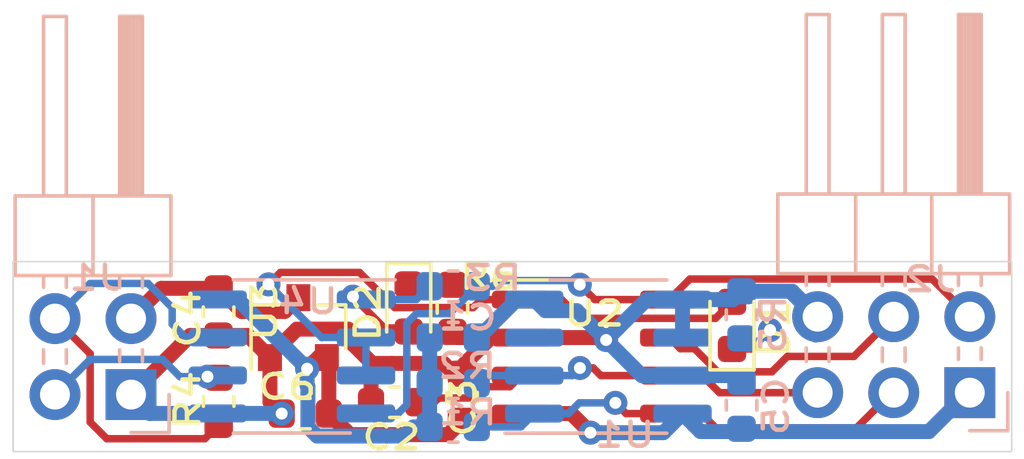
<source format=kicad_pcb>
(kicad_pcb (version 20171130) (host pcbnew 5.1.4-e60b266~84~ubuntu16.04.1)

  (general
    (thickness 1.6)
    (drawings 4)
    (tracks 201)
    (zones 0)
    (modules 20)
    (nets 15)
  )

  (page A4)
  (layers
    (0 F.Cu signal)
    (31 B.Cu signal)
    (32 B.Adhes user)
    (33 F.Adhes user)
    (34 B.Paste user)
    (35 F.Paste user)
    (36 B.SilkS user)
    (37 F.SilkS user)
    (38 B.Mask user)
    (39 F.Mask user)
    (40 Dwgs.User user)
    (41 Cmts.User user)
    (42 Eco1.User user)
    (43 Eco2.User user)
    (44 Edge.Cuts user)
    (45 Margin user)
    (46 B.CrtYd user hide)
    (47 F.CrtYd user hide)
    (48 B.Fab user hide)
    (49 F.Fab user hide)
  )

  (setup
    (last_trace_width 0.25)
    (trace_clearance 0.2)
    (zone_clearance 0.508)
    (zone_45_only no)
    (trace_min 0.2)
    (via_size 0.8)
    (via_drill 0.4)
    (via_min_size 0.4)
    (via_min_drill 0.3)
    (uvia_size 0.3)
    (uvia_drill 0.1)
    (uvias_allowed no)
    (uvia_min_size 0.2)
    (uvia_min_drill 0.1)
    (edge_width 0.05)
    (segment_width 0.2)
    (pcb_text_width 0.3)
    (pcb_text_size 1.5 1.5)
    (mod_edge_width 0.12)
    (mod_text_size 1 1)
    (mod_text_width 0.15)
    (pad_size 1.524 1.524)
    (pad_drill 0.762)
    (pad_to_mask_clearance 0.051)
    (solder_mask_min_width 0.25)
    (aux_axis_origin 0 0)
    (visible_elements FFFFFF7F)
    (pcbplotparams
      (layerselection 0x010fc_ffffffff)
      (usegerberextensions false)
      (usegerberattributes false)
      (usegerberadvancedattributes false)
      (creategerberjobfile false)
      (excludeedgelayer true)
      (linewidth 0.100000)
      (plotframeref false)
      (viasonmask false)
      (mode 1)
      (useauxorigin false)
      (hpglpennumber 1)
      (hpglpenspeed 20)
      (hpglpendiameter 15.000000)
      (psnegative false)
      (psa4output false)
      (plotreference true)
      (plotvalue true)
      (plotinvisibletext false)
      (padsonsilk false)
      (subtractmaskfromsilk false)
      (outputformat 1)
      (mirror false)
      (drillshape 1)
      (scaleselection 1)
      (outputdirectory ""))
  )

  (net 0 "")
  (net 1 +3V3)
  (net 2 GND)
  (net 3 "Net-(C2-Pad2)")
  (net 4 +5V)
  (net 5 /SDA)
  (net 6 /SCL)
  (net 7 /SWIM.TX)
  (net 8 /DIR.RX)
  (net 9 /A)
  (net 10 /B)
  (net 11 /PC5)
  (net 12 "Net-(D1-Pad1)")
  (net 13 "Net-(D2-Pad1)")
  (net 14 "Net-(D2-Pad2)")

  (net_class Default "This is the default net class."
    (clearance 0.2)
    (trace_width 0.25)
    (via_dia 0.8)
    (via_drill 0.4)
    (uvia_dia 0.3)
    (uvia_drill 0.1)
    (add_net /A)
    (add_net /B)
    (add_net /DIR.RX)
    (add_net /PC5)
    (add_net /SCL)
    (add_net /SDA)
    (add_net /SWIM.TX)
    (add_net "Net-(C2-Pad2)")
    (add_net "Net-(D1-Pad1)")
    (add_net "Net-(D2-Pad1)")
    (add_net "Net-(D2-Pad2)")
  )

  (net_class Power ""
    (clearance 0.2)
    (trace_width 0.5)
    (via_dia 0.8)
    (via_drill 0.4)
    (uvia_dia 0.3)
    (uvia_drill 0.1)
    (add_net +3V3)
    (add_net +5V)
    (add_net GND)
  )

  (module Capacitor_SMD:C_0603_1608Metric (layer F.Cu) (tedit 5B301BBE) (tstamp 5D62F022)
    (at 157.899 87.884)
    (descr "Capacitor SMD 0603 (1608 Metric), square (rectangular) end terminal, IPC_7351 nominal, (Body size source: http://www.tortai-tech.com/upload/download/2011102023233369053.pdf), generated with kicad-footprint-generator")
    (tags capacitor)
    (path /5D6268DD)
    (attr smd)
    (fp_text reference C2 (at -0.10658 1.1684) (layer F.SilkS)
      (effects (font (size 0.8 1) (thickness 0.15)))
    )
    (fp_text value 1µF (at 0 1.43) (layer F.Fab)
      (effects (font (size 1 1) (thickness 0.15)))
    )
    (fp_text user %R (at 0 0) (layer F.Fab)
      (effects (font (size 0.4 0.4) (thickness 0.06)))
    )
    (fp_line (start 1.48 0.73) (end -1.48 0.73) (layer F.CrtYd) (width 0.05))
    (fp_line (start 1.48 -0.73) (end 1.48 0.73) (layer F.CrtYd) (width 0.05))
    (fp_line (start -1.48 -0.73) (end 1.48 -0.73) (layer F.CrtYd) (width 0.05))
    (fp_line (start -1.48 0.73) (end -1.48 -0.73) (layer F.CrtYd) (width 0.05))
    (fp_line (start -0.162779 0.51) (end 0.162779 0.51) (layer F.SilkS) (width 0.12))
    (fp_line (start -0.162779 -0.51) (end 0.162779 -0.51) (layer F.SilkS) (width 0.12))
    (fp_line (start 0.8 0.4) (end -0.8 0.4) (layer F.Fab) (width 0.1))
    (fp_line (start 0.8 -0.4) (end 0.8 0.4) (layer F.Fab) (width 0.1))
    (fp_line (start -0.8 -0.4) (end 0.8 -0.4) (layer F.Fab) (width 0.1))
    (fp_line (start -0.8 0.4) (end -0.8 -0.4) (layer F.Fab) (width 0.1))
    (pad 2 smd roundrect (at 0.7875 0) (size 0.875 0.95) (layers F.Cu F.Paste F.Mask) (roundrect_rratio 0.25)
      (net 3 "Net-(C2-Pad2)"))
    (pad 1 smd roundrect (at -0.7875 0) (size 0.875 0.95) (layers F.Cu F.Paste F.Mask) (roundrect_rratio 0.25)
      (net 2 GND))
    (model ${KISYS3DMOD}/Capacitor_SMD.3dshapes/C_0603_1608Metric.wrl
      (at (xyz 0 0 0))
      (scale (xyz 1 1 1))
      (rotate (xyz 0 0 0))
    )
  )

  (module Package_SO:SOIC-8_3.9x4.9mm_P1.27mm (layer B.Cu) (tedit 5C97300E) (tstamp 5D6977FF)
    (at 154.46652 86.35492 180)
    (descr "SOIC, 8 Pin (JEDEC MS-012AA, https://www.analog.com/media/en/package-pcb-resources/package/pkg_pdf/soic_narrow-r/r_8.pdf), generated with kicad-footprint-generator ipc_gullwing_generator.py")
    (tags "SOIC SO")
    (path /5D62D5CA)
    (attr smd)
    (fp_text reference U4 (at -0.5446 1.8415) (layer B.SilkS)
      (effects (font (size 0.8 1) (thickness 0.15)) (justify mirror))
    )
    (fp_text value SP3485CN (at 0 -3.4) (layer B.Fab)
      (effects (font (size 1 1) (thickness 0.15)) (justify mirror))
    )
    (fp_text user %R (at 0 0) (layer B.Fab)
      (effects (font (size 0.98 0.98) (thickness 0.15)) (justify mirror))
    )
    (fp_line (start 3.7 2.7) (end -3.7 2.7) (layer B.CrtYd) (width 0.05))
    (fp_line (start 3.7 -2.7) (end 3.7 2.7) (layer B.CrtYd) (width 0.05))
    (fp_line (start -3.7 -2.7) (end 3.7 -2.7) (layer B.CrtYd) (width 0.05))
    (fp_line (start -3.7 2.7) (end -3.7 -2.7) (layer B.CrtYd) (width 0.05))
    (fp_line (start -1.95 1.475) (end -0.975 2.45) (layer B.Fab) (width 0.1))
    (fp_line (start -1.95 -2.45) (end -1.95 1.475) (layer B.Fab) (width 0.1))
    (fp_line (start 1.95 -2.45) (end -1.95 -2.45) (layer B.Fab) (width 0.1))
    (fp_line (start 1.95 2.45) (end 1.95 -2.45) (layer B.Fab) (width 0.1))
    (fp_line (start -0.975 2.45) (end 1.95 2.45) (layer B.Fab) (width 0.1))
    (fp_line (start 0 2.56) (end -3.45 2.56) (layer B.SilkS) (width 0.12))
    (fp_line (start 0 2.56) (end 1.95 2.56) (layer B.SilkS) (width 0.12))
    (fp_line (start 0 -2.56) (end -1.95 -2.56) (layer B.SilkS) (width 0.12))
    (fp_line (start 0 -2.56) (end 1.95 -2.56) (layer B.SilkS) (width 0.12))
    (pad 8 smd roundrect (at 2.475 1.905 180) (size 1.95 0.6) (layers B.Cu B.Paste B.Mask) (roundrect_rratio 0.25)
      (net 1 +3V3))
    (pad 7 smd roundrect (at 2.475 0.635 180) (size 1.95 0.6) (layers B.Cu B.Paste B.Mask) (roundrect_rratio 0.25)
      (net 10 /B))
    (pad 6 smd roundrect (at 2.475 -0.635 180) (size 1.95 0.6) (layers B.Cu B.Paste B.Mask) (roundrect_rratio 0.25)
      (net 9 /A))
    (pad 5 smd roundrect (at 2.475 -1.905 180) (size 1.95 0.6) (layers B.Cu B.Paste B.Mask) (roundrect_rratio 0.25)
      (net 2 GND))
    (pad 4 smd roundrect (at -2.475 -1.905 180) (size 1.95 0.6) (layers B.Cu B.Paste B.Mask) (roundrect_rratio 0.25)
      (net 7 /SWIM.TX))
    (pad 3 smd roundrect (at -2.475 -0.635 180) (size 1.95 0.6) (layers B.Cu B.Paste B.Mask) (roundrect_rratio 0.25)
      (net 8 /DIR.RX))
    (pad 2 smd roundrect (at -2.475 0.635 180) (size 1.95 0.6) (layers B.Cu B.Paste B.Mask) (roundrect_rratio 0.25)
      (net 8 /DIR.RX))
    (pad 1 smd roundrect (at -2.475 1.905 180) (size 1.95 0.6) (layers B.Cu B.Paste B.Mask) (roundrect_rratio 0.25)
      (net 14 "Net-(D2-Pad2)"))
    (model ${KISYS3DMOD}/Package_SO.3dshapes/SOIC-8_3.9x4.9mm_P1.27mm.wrl
      (at (xyz 0 0 0))
      (scale (xyz 1 1 1))
      (rotate (xyz 0 0 0))
    )
  )

  (module Package_SO:SOIC-8_3.9x4.9mm_P1.27mm (layer B.Cu) (tedit 5C97300E) (tstamp 5D699E82)
    (at 165.035 86.36)
    (descr "SOIC, 8 Pin (JEDEC MS-012AA, https://www.analog.com/media/en/package-pcb-resources/package/pkg_pdf/soic_narrow-r/r_8.pdf), generated with kicad-footprint-generator ipc_gullwing_generator.py")
    (tags "SOIC SO")
    (path /5D664B0F)
    (attr smd)
    (fp_text reference U1 (at 0.5476 2.6162) (layer B.SilkS)
      (effects (font (size 0.8 1) (thickness 0.15)) (justify mirror))
    )
    (fp_text value DS1621S (at 0 -3.4) (layer B.Fab)
      (effects (font (size 1 1) (thickness 0.15)) (justify mirror))
    )
    (fp_line (start 0 -2.56) (end 1.95 -2.56) (layer B.SilkS) (width 0.12))
    (fp_line (start 0 -2.56) (end -1.95 -2.56) (layer B.SilkS) (width 0.12))
    (fp_line (start 0 2.56) (end 1.95 2.56) (layer B.SilkS) (width 0.12))
    (fp_line (start 0 2.56) (end -3.45 2.56) (layer B.SilkS) (width 0.12))
    (fp_line (start -0.975 2.45) (end 1.95 2.45) (layer B.Fab) (width 0.1))
    (fp_line (start 1.95 2.45) (end 1.95 -2.45) (layer B.Fab) (width 0.1))
    (fp_line (start 1.95 -2.45) (end -1.95 -2.45) (layer B.Fab) (width 0.1))
    (fp_line (start -1.95 -2.45) (end -1.95 1.475) (layer B.Fab) (width 0.1))
    (fp_line (start -1.95 1.475) (end -0.975 2.45) (layer B.Fab) (width 0.1))
    (fp_line (start -3.7 2.7) (end -3.7 -2.7) (layer B.CrtYd) (width 0.05))
    (fp_line (start -3.7 -2.7) (end 3.7 -2.7) (layer B.CrtYd) (width 0.05))
    (fp_line (start 3.7 -2.7) (end 3.7 2.7) (layer B.CrtYd) (width 0.05))
    (fp_line (start 3.7 2.7) (end -3.7 2.7) (layer B.CrtYd) (width 0.05))
    (fp_text user %R (at 0 0) (layer B.Fab)
      (effects (font (size 0.98 0.98) (thickness 0.15)) (justify mirror))
    )
    (pad 1 smd roundrect (at -2.475 1.905) (size 1.95 0.6) (layers B.Cu B.Paste B.Mask) (roundrect_rratio 0.25)
      (net 5 /SDA))
    (pad 2 smd roundrect (at -2.475 0.635) (size 1.95 0.6) (layers B.Cu B.Paste B.Mask) (roundrect_rratio 0.25)
      (net 6 /SCL))
    (pad 3 smd roundrect (at -2.475 -0.635) (size 1.95 0.6) (layers B.Cu B.Paste B.Mask) (roundrect_rratio 0.25))
    (pad 4 smd roundrect (at -2.475 -1.905) (size 1.95 0.6) (layers B.Cu B.Paste B.Mask) (roundrect_rratio 0.25)
      (net 2 GND))
    (pad 5 smd roundrect (at 2.475 -1.905) (size 1.95 0.6) (layers B.Cu B.Paste B.Mask) (roundrect_rratio 0.25)
      (net 2 GND))
    (pad 6 smd roundrect (at 2.475 -0.635) (size 1.95 0.6) (layers B.Cu B.Paste B.Mask) (roundrect_rratio 0.25)
      (net 2 GND))
    (pad 7 smd roundrect (at 2.475 0.635) (size 1.95 0.6) (layers B.Cu B.Paste B.Mask) (roundrect_rratio 0.25)
      (net 2 GND))
    (pad 8 smd roundrect (at 2.475 1.905) (size 1.95 0.6) (layers B.Cu B.Paste B.Mask) (roundrect_rratio 0.25)
      (net 1 +3V3))
    (model ${KISYS3DMOD}/Package_SO.3dshapes/SOIC-8_3.9x4.9mm_P1.27mm.wrl
      (at (xyz 0 0 0))
      (scale (xyz 1 1 1))
      (rotate (xyz 0 0 0))
    )
  )

  (module Resistor_SMD:R_0603_1608Metric (layer F.Cu) (tedit 5B301BBD) (tstamp 5D699660)
    (at 159.8295 84.747 270)
    (descr "Resistor SMD 0603 (1608 Metric), square (rectangular) end terminal, IPC_7351 nominal, (Body size source: http://www.tortai-tech.com/upload/download/2011102023233369053.pdf), generated with kicad-footprint-generator")
    (tags resistor)
    (path /5D6953AE)
    (attr smd)
    (fp_text reference R6 (at -1.04892 -1.2192 180) (layer F.SilkS)
      (effects (font (size 0.8 1) (thickness 0.15)))
    )
    (fp_text value 4k7 (at 0 1.43 90) (layer F.Fab)
      (effects (font (size 1 1) (thickness 0.15)))
    )
    (fp_text user %R (at 0 0 90) (layer F.Fab)
      (effects (font (size 0.4 0.4) (thickness 0.06)))
    )
    (fp_line (start 1.48 0.73) (end -1.48 0.73) (layer F.CrtYd) (width 0.05))
    (fp_line (start 1.48 -0.73) (end 1.48 0.73) (layer F.CrtYd) (width 0.05))
    (fp_line (start -1.48 -0.73) (end 1.48 -0.73) (layer F.CrtYd) (width 0.05))
    (fp_line (start -1.48 0.73) (end -1.48 -0.73) (layer F.CrtYd) (width 0.05))
    (fp_line (start -0.162779 0.51) (end 0.162779 0.51) (layer F.SilkS) (width 0.12))
    (fp_line (start -0.162779 -0.51) (end 0.162779 -0.51) (layer F.SilkS) (width 0.12))
    (fp_line (start 0.8 0.4) (end -0.8 0.4) (layer F.Fab) (width 0.1))
    (fp_line (start 0.8 -0.4) (end 0.8 0.4) (layer F.Fab) (width 0.1))
    (fp_line (start -0.8 -0.4) (end 0.8 -0.4) (layer F.Fab) (width 0.1))
    (fp_line (start -0.8 0.4) (end -0.8 -0.4) (layer F.Fab) (width 0.1))
    (pad 2 smd roundrect (at 0.7875 0 270) (size 0.875 0.95) (layers F.Cu F.Paste F.Mask) (roundrect_rratio 0.25)
      (net 2 GND))
    (pad 1 smd roundrect (at -0.7875 0 270) (size 0.875 0.95) (layers F.Cu F.Paste F.Mask) (roundrect_rratio 0.25)
      (net 13 "Net-(D2-Pad1)"))
    (model ${KISYS3DMOD}/Resistor_SMD.3dshapes/R_0603_1608Metric.wrl
      (at (xyz 0 0 0))
      (scale (xyz 1 1 1))
      (rotate (xyz 0 0 0))
    )
  )

  (module LED_SMD:LED_0603_1608Metric (layer F.Cu) (tedit 5B301BBE) (tstamp 5D66E8CA)
    (at 158.369 84.7345 270)
    (descr "LED SMD 0603 (1608 Metric), square (rectangular) end terminal, IPC_7351 nominal, (Body size source: http://www.tortai-tech.com/upload/download/2011102023233369053.pdf), generated with kicad-footprint-generator")
    (tags diode)
    (path /5D695653)
    (attr smd)
    (fp_text reference D2 (at 0.1523 1.36906 90) (layer F.SilkS)
      (effects (font (size 0.8 1) (thickness 0.15)))
    )
    (fp_text value "LED green" (at 0 1.43 90) (layer F.Fab)
      (effects (font (size 1 1) (thickness 0.15)))
    )
    (fp_line (start 0.8 -0.4) (end -0.5 -0.4) (layer F.Fab) (width 0.1))
    (fp_line (start -0.5 -0.4) (end -0.8 -0.1) (layer F.Fab) (width 0.1))
    (fp_line (start -0.8 -0.1) (end -0.8 0.4) (layer F.Fab) (width 0.1))
    (fp_line (start -0.8 0.4) (end 0.8 0.4) (layer F.Fab) (width 0.1))
    (fp_line (start 0.8 0.4) (end 0.8 -0.4) (layer F.Fab) (width 0.1))
    (fp_line (start 0.8 -0.735) (end -1.485 -0.735) (layer F.SilkS) (width 0.12))
    (fp_line (start -1.485 -0.735) (end -1.485 0.735) (layer F.SilkS) (width 0.12))
    (fp_line (start -1.485 0.735) (end 0.8 0.735) (layer F.SilkS) (width 0.12))
    (fp_line (start -1.48 0.73) (end -1.48 -0.73) (layer F.CrtYd) (width 0.05))
    (fp_line (start -1.48 -0.73) (end 1.48 -0.73) (layer F.CrtYd) (width 0.05))
    (fp_line (start 1.48 -0.73) (end 1.48 0.73) (layer F.CrtYd) (width 0.05))
    (fp_line (start 1.48 0.73) (end -1.48 0.73) (layer F.CrtYd) (width 0.05))
    (fp_text user %R (at 0 0 90) (layer F.Fab)
      (effects (font (size 0.4 0.4) (thickness 0.06)))
    )
    (pad 1 smd roundrect (at -0.7875 0 270) (size 0.875 0.95) (layers F.Cu F.Paste F.Mask) (roundrect_rratio 0.25)
      (net 13 "Net-(D2-Pad1)"))
    (pad 2 smd roundrect (at 0.7875 0 270) (size 0.875 0.95) (layers F.Cu F.Paste F.Mask) (roundrect_rratio 0.25)
      (net 14 "Net-(D2-Pad2)"))
    (model ${KISYS3DMOD}/LED_SMD.3dshapes/LED_0603_1608Metric.wrl
      (at (xyz 0 0 0))
      (scale (xyz 1 1 1))
      (rotate (xyz 0 0 0))
    )
  )

  (module Capacitor_SMD:C_0603_1608Metric (layer B.Cu) (tedit 5B301BBE) (tstamp 5D69747F)
    (at 169.4815 87.9855 270)
    (descr "Capacitor SMD 0603 (1608 Metric), square (rectangular) end terminal, IPC_7351 nominal, (Body size source: http://www.tortai-tech.com/upload/download/2011102023233369053.pdf), generated with kicad-footprint-generator")
    (tags capacitor)
    (path /5D681791)
    (attr smd)
    (fp_text reference C5 (at 0.03312 -1.14554 90) (layer B.SilkS)
      (effects (font (size 0.8 1) (thickness 0.15)) (justify mirror))
    )
    (fp_text value 100nF (at 0 -1.43 90) (layer B.Fab)
      (effects (font (size 1 1) (thickness 0.15)) (justify mirror))
    )
    (fp_text user %R (at 0 0 90) (layer B.Fab)
      (effects (font (size 0.4 0.4) (thickness 0.06)) (justify mirror))
    )
    (fp_line (start 1.48 -0.73) (end -1.48 -0.73) (layer B.CrtYd) (width 0.05))
    (fp_line (start 1.48 0.73) (end 1.48 -0.73) (layer B.CrtYd) (width 0.05))
    (fp_line (start -1.48 0.73) (end 1.48 0.73) (layer B.CrtYd) (width 0.05))
    (fp_line (start -1.48 -0.73) (end -1.48 0.73) (layer B.CrtYd) (width 0.05))
    (fp_line (start -0.162779 -0.51) (end 0.162779 -0.51) (layer B.SilkS) (width 0.12))
    (fp_line (start -0.162779 0.51) (end 0.162779 0.51) (layer B.SilkS) (width 0.12))
    (fp_line (start 0.8 -0.4) (end -0.8 -0.4) (layer B.Fab) (width 0.1))
    (fp_line (start 0.8 0.4) (end 0.8 -0.4) (layer B.Fab) (width 0.1))
    (fp_line (start -0.8 0.4) (end 0.8 0.4) (layer B.Fab) (width 0.1))
    (fp_line (start -0.8 -0.4) (end -0.8 0.4) (layer B.Fab) (width 0.1))
    (pad 2 smd roundrect (at 0.7875 0 270) (size 0.875 0.95) (layers B.Cu B.Paste B.Mask) (roundrect_rratio 0.25)
      (net 1 +3V3))
    (pad 1 smd roundrect (at -0.7875 0 270) (size 0.875 0.95) (layers B.Cu B.Paste B.Mask) (roundrect_rratio 0.25)
      (net 2 GND))
    (model ${KISYS3DMOD}/Capacitor_SMD.3dshapes/C_0603_1608Metric.wrl
      (at (xyz 0 0 0))
      (scale (xyz 1 1 1))
      (rotate (xyz 0 0 0))
    )
  )

  (module Resistor_SMD:R_0603_1608Metric (layer B.Cu) (tedit 5B301BBD) (tstamp 5D660948)
    (at 169.4815 84.963 90)
    (descr "Resistor SMD 0603 (1608 Metric), square (rectangular) end terminal, IPC_7351 nominal, (Body size source: http://www.tortai-tech.com/upload/download/2011102023233369053.pdf), generated with kicad-footprint-generator")
    (tags resistor)
    (path /5D66386C)
    (attr smd)
    (fp_text reference R5 (at -0.3175 1.06172 270) (layer B.SilkS)
      (effects (font (size 0.8 1) (thickness 0.15)) (justify mirror))
    )
    (fp_text value 4k7 (at 0 -1.43 270) (layer B.Fab)
      (effects (font (size 1 1) (thickness 0.15)) (justify mirror))
    )
    (fp_text user %R (at 0 0 270) (layer B.Fab)
      (effects (font (size 0.4 0.4) (thickness 0.06)) (justify mirror))
    )
    (fp_line (start 1.48 -0.73) (end -1.48 -0.73) (layer B.CrtYd) (width 0.05))
    (fp_line (start 1.48 0.73) (end 1.48 -0.73) (layer B.CrtYd) (width 0.05))
    (fp_line (start -1.48 0.73) (end 1.48 0.73) (layer B.CrtYd) (width 0.05))
    (fp_line (start -1.48 -0.73) (end -1.48 0.73) (layer B.CrtYd) (width 0.05))
    (fp_line (start -0.162779 -0.51) (end 0.162779 -0.51) (layer B.SilkS) (width 0.12))
    (fp_line (start -0.162779 0.51) (end 0.162779 0.51) (layer B.SilkS) (width 0.12))
    (fp_line (start 0.8 -0.4) (end -0.8 -0.4) (layer B.Fab) (width 0.1))
    (fp_line (start 0.8 0.4) (end 0.8 -0.4) (layer B.Fab) (width 0.1))
    (fp_line (start -0.8 0.4) (end 0.8 0.4) (layer B.Fab) (width 0.1))
    (fp_line (start -0.8 -0.4) (end -0.8 0.4) (layer B.Fab) (width 0.1))
    (pad 2 smd roundrect (at 0.7875 0 90) (size 0.875 0.95) (layers B.Cu B.Paste B.Mask) (roundrect_rratio 0.25)
      (net 2 GND))
    (pad 1 smd roundrect (at -0.7875 0 90) (size 0.875 0.95) (layers B.Cu B.Paste B.Mask) (roundrect_rratio 0.25)
      (net 12 "Net-(D1-Pad1)"))
    (model ${KISYS3DMOD}/Resistor_SMD.3dshapes/R_0603_1608Metric.wrl
      (at (xyz 0 0 0))
      (scale (xyz 1 1 1))
      (rotate (xyz 0 0 0))
    )
  )

  (module LED_SMD:LED_0603_1608Metric (layer F.Cu) (tedit 5B301BBE) (tstamp 5D6985F8)
    (at 169.164 85.3185 90)
    (descr "LED SMD 0603 (1608 Metric), square (rectangular) end terminal, IPC_7351 nominal, (Body size source: http://www.tortai-tech.com/upload/download/2011102023233369053.pdf), generated with kicad-footprint-generator")
    (tags diode)
    (path /5D66205C)
    (attr smd)
    (fp_text reference D1 (at -0.09154 1.41986 90) (layer F.SilkS)
      (effects (font (size 1 1) (thickness 0.15)))
    )
    (fp_text value "LED red" (at 0 1.43 90) (layer F.Fab)
      (effects (font (size 1 1) (thickness 0.15)))
    )
    (fp_text user %R (at 0 0 90) (layer F.Fab)
      (effects (font (size 0.4 0.4) (thickness 0.06)))
    )
    (fp_line (start 1.48 0.73) (end -1.48 0.73) (layer F.CrtYd) (width 0.05))
    (fp_line (start 1.48 -0.73) (end 1.48 0.73) (layer F.CrtYd) (width 0.05))
    (fp_line (start -1.48 -0.73) (end 1.48 -0.73) (layer F.CrtYd) (width 0.05))
    (fp_line (start -1.48 0.73) (end -1.48 -0.73) (layer F.CrtYd) (width 0.05))
    (fp_line (start -1.485 0.735) (end 0.8 0.735) (layer F.SilkS) (width 0.12))
    (fp_line (start -1.485 -0.735) (end -1.485 0.735) (layer F.SilkS) (width 0.12))
    (fp_line (start 0.8 -0.735) (end -1.485 -0.735) (layer F.SilkS) (width 0.12))
    (fp_line (start 0.8 0.4) (end 0.8 -0.4) (layer F.Fab) (width 0.1))
    (fp_line (start -0.8 0.4) (end 0.8 0.4) (layer F.Fab) (width 0.1))
    (fp_line (start -0.8 -0.1) (end -0.8 0.4) (layer F.Fab) (width 0.1))
    (fp_line (start -0.5 -0.4) (end -0.8 -0.1) (layer F.Fab) (width 0.1))
    (fp_line (start 0.8 -0.4) (end -0.5 -0.4) (layer F.Fab) (width 0.1))
    (pad 2 smd roundrect (at 0.7875 0 90) (size 0.875 0.95) (layers F.Cu F.Paste F.Mask) (roundrect_rratio 0.25)
      (net 8 /DIR.RX))
    (pad 1 smd roundrect (at -0.7875 0 90) (size 0.875 0.95) (layers F.Cu F.Paste F.Mask) (roundrect_rratio 0.25)
      (net 12 "Net-(D1-Pad1)"))
    (model ${KISYS3DMOD}/LED_SMD.3dshapes/LED_0603_1608Metric.wrl
      (at (xyz 0 0 0))
      (scale (xyz 1 1 1))
      (rotate (xyz 0 0 0))
    )
  )

  (module Connector_PinHeader_2.54mm:PinHeader_2x03_P2.54mm_Horizontal (layer B.Cu) (tedit 59FED5CB) (tstamp 5D659CD9)
    (at 177.1015 87.5665 90)
    (descr "Through hole angled pin header, 2x03, 2.54mm pitch, 6mm pin length, double rows")
    (tags "Through hole angled pin header THT 2x03 2.54mm double row")
    (path /5D65F106)
    (fp_text reference J2 (at 3.78968 -1.31826) (layer B.SilkS)
      (effects (font (size 0.8 1) (thickness 0.15)) (justify mirror))
    )
    (fp_text value Conn_02x03_Counter_Clockwise (at 5.655 -7.35 90) (layer B.Fab)
      (effects (font (size 1 1) (thickness 0.15)) (justify mirror))
    )
    (fp_text user %R (at 5.31 -2.54 180) (layer B.Fab)
      (effects (font (size 1 1) (thickness 0.15)) (justify mirror))
    )
    (fp_line (start 13.1 1.8) (end -1.8 1.8) (layer B.CrtYd) (width 0.05))
    (fp_line (start 13.1 -6.85) (end 13.1 1.8) (layer B.CrtYd) (width 0.05))
    (fp_line (start -1.8 -6.85) (end 13.1 -6.85) (layer B.CrtYd) (width 0.05))
    (fp_line (start -1.8 1.8) (end -1.8 -6.85) (layer B.CrtYd) (width 0.05))
    (fp_line (start -1.27 1.27) (end 0 1.27) (layer B.SilkS) (width 0.12))
    (fp_line (start -1.27 0) (end -1.27 1.27) (layer B.SilkS) (width 0.12))
    (fp_line (start 1.042929 -5.46) (end 1.497071 -5.46) (layer B.SilkS) (width 0.12))
    (fp_line (start 1.042929 -4.7) (end 1.497071 -4.7) (layer B.SilkS) (width 0.12))
    (fp_line (start 3.582929 -5.46) (end 3.98 -5.46) (layer B.SilkS) (width 0.12))
    (fp_line (start 3.582929 -4.7) (end 3.98 -4.7) (layer B.SilkS) (width 0.12))
    (fp_line (start 12.64 -5.46) (end 6.64 -5.46) (layer B.SilkS) (width 0.12))
    (fp_line (start 12.64 -4.7) (end 12.64 -5.46) (layer B.SilkS) (width 0.12))
    (fp_line (start 6.64 -4.7) (end 12.64 -4.7) (layer B.SilkS) (width 0.12))
    (fp_line (start 3.98 -3.81) (end 6.64 -3.81) (layer B.SilkS) (width 0.12))
    (fp_line (start 1.042929 -2.92) (end 1.497071 -2.92) (layer B.SilkS) (width 0.12))
    (fp_line (start 1.042929 -2.16) (end 1.497071 -2.16) (layer B.SilkS) (width 0.12))
    (fp_line (start 3.582929 -2.92) (end 3.98 -2.92) (layer B.SilkS) (width 0.12))
    (fp_line (start 3.582929 -2.16) (end 3.98 -2.16) (layer B.SilkS) (width 0.12))
    (fp_line (start 12.64 -2.92) (end 6.64 -2.92) (layer B.SilkS) (width 0.12))
    (fp_line (start 12.64 -2.16) (end 12.64 -2.92) (layer B.SilkS) (width 0.12))
    (fp_line (start 6.64 -2.16) (end 12.64 -2.16) (layer B.SilkS) (width 0.12))
    (fp_line (start 3.98 -1.27) (end 6.64 -1.27) (layer B.SilkS) (width 0.12))
    (fp_line (start 1.11 -0.38) (end 1.497071 -0.38) (layer B.SilkS) (width 0.12))
    (fp_line (start 1.11 0.38) (end 1.497071 0.38) (layer B.SilkS) (width 0.12))
    (fp_line (start 3.582929 -0.38) (end 3.98 -0.38) (layer B.SilkS) (width 0.12))
    (fp_line (start 3.582929 0.38) (end 3.98 0.38) (layer B.SilkS) (width 0.12))
    (fp_line (start 6.64 -0.28) (end 12.64 -0.28) (layer B.SilkS) (width 0.12))
    (fp_line (start 6.64 -0.16) (end 12.64 -0.16) (layer B.SilkS) (width 0.12))
    (fp_line (start 6.64 -0.04) (end 12.64 -0.04) (layer B.SilkS) (width 0.12))
    (fp_line (start 6.64 0.08) (end 12.64 0.08) (layer B.SilkS) (width 0.12))
    (fp_line (start 6.64 0.2) (end 12.64 0.2) (layer B.SilkS) (width 0.12))
    (fp_line (start 6.64 0.32) (end 12.64 0.32) (layer B.SilkS) (width 0.12))
    (fp_line (start 12.64 -0.38) (end 6.64 -0.38) (layer B.SilkS) (width 0.12))
    (fp_line (start 12.64 0.38) (end 12.64 -0.38) (layer B.SilkS) (width 0.12))
    (fp_line (start 6.64 0.38) (end 12.64 0.38) (layer B.SilkS) (width 0.12))
    (fp_line (start 6.64 1.33) (end 3.98 1.33) (layer B.SilkS) (width 0.12))
    (fp_line (start 6.64 -6.41) (end 6.64 1.33) (layer B.SilkS) (width 0.12))
    (fp_line (start 3.98 -6.41) (end 6.64 -6.41) (layer B.SilkS) (width 0.12))
    (fp_line (start 3.98 1.33) (end 3.98 -6.41) (layer B.SilkS) (width 0.12))
    (fp_line (start 6.58 -5.4) (end 12.58 -5.4) (layer B.Fab) (width 0.1))
    (fp_line (start 12.58 -4.76) (end 12.58 -5.4) (layer B.Fab) (width 0.1))
    (fp_line (start 6.58 -4.76) (end 12.58 -4.76) (layer B.Fab) (width 0.1))
    (fp_line (start -0.32 -5.4) (end 4.04 -5.4) (layer B.Fab) (width 0.1))
    (fp_line (start -0.32 -4.76) (end -0.32 -5.4) (layer B.Fab) (width 0.1))
    (fp_line (start -0.32 -4.76) (end 4.04 -4.76) (layer B.Fab) (width 0.1))
    (fp_line (start 6.58 -2.86) (end 12.58 -2.86) (layer B.Fab) (width 0.1))
    (fp_line (start 12.58 -2.22) (end 12.58 -2.86) (layer B.Fab) (width 0.1))
    (fp_line (start 6.58 -2.22) (end 12.58 -2.22) (layer B.Fab) (width 0.1))
    (fp_line (start -0.32 -2.86) (end 4.04 -2.86) (layer B.Fab) (width 0.1))
    (fp_line (start -0.32 -2.22) (end -0.32 -2.86) (layer B.Fab) (width 0.1))
    (fp_line (start -0.32 -2.22) (end 4.04 -2.22) (layer B.Fab) (width 0.1))
    (fp_line (start 6.58 -0.32) (end 12.58 -0.32) (layer B.Fab) (width 0.1))
    (fp_line (start 12.58 0.32) (end 12.58 -0.32) (layer B.Fab) (width 0.1))
    (fp_line (start 6.58 0.32) (end 12.58 0.32) (layer B.Fab) (width 0.1))
    (fp_line (start -0.32 -0.32) (end 4.04 -0.32) (layer B.Fab) (width 0.1))
    (fp_line (start -0.32 0.32) (end -0.32 -0.32) (layer B.Fab) (width 0.1))
    (fp_line (start -0.32 0.32) (end 4.04 0.32) (layer B.Fab) (width 0.1))
    (fp_line (start 4.04 0.635) (end 4.675 1.27) (layer B.Fab) (width 0.1))
    (fp_line (start 4.04 -6.35) (end 4.04 0.635) (layer B.Fab) (width 0.1))
    (fp_line (start 6.58 -6.35) (end 4.04 -6.35) (layer B.Fab) (width 0.1))
    (fp_line (start 6.58 1.27) (end 6.58 -6.35) (layer B.Fab) (width 0.1))
    (fp_line (start 4.675 1.27) (end 6.58 1.27) (layer B.Fab) (width 0.1))
    (pad 6 thru_hole oval (at 2.54 -5.08 90) (size 1.7 1.7) (drill 1) (layers *.Cu *.Mask)
      (net 2 GND))
    (pad 5 thru_hole oval (at 0 -5.08 90) (size 1.7 1.7) (drill 1) (layers *.Cu *.Mask)
      (net 6 /SCL))
    (pad 4 thru_hole oval (at 2.54 -2.54 90) (size 1.7 1.7) (drill 1) (layers *.Cu *.Mask)
      (net 11 /PC5))
    (pad 3 thru_hole oval (at 0 -2.54 90) (size 1.7 1.7) (drill 1) (layers *.Cu *.Mask)
      (net 5 /SDA))
    (pad 2 thru_hole oval (at 2.54 0 90) (size 1.7 1.7) (drill 1) (layers *.Cu *.Mask)
      (net 7 /SWIM.TX))
    (pad 1 thru_hole rect (at 0 0 90) (size 1.7 1.7) (drill 1) (layers *.Cu *.Mask)
      (net 1 +3V3))
    (model ${KISYS3DMOD}/Connector_PinHeader_2.54mm.3dshapes/PinHeader_2x03_P2.54mm_Horizontal.wrl
      (at (xyz 0 0 0))
      (scale (xyz 1 1 1))
      (rotate (xyz 0 0 0))
    )
  )

  (module Connector_PinHeader_2.54mm:PinHeader_2x02_P2.54mm_Horizontal (layer B.Cu) (tedit 59FED5CB) (tstamp 5D62EEAC)
    (at 149.098 87.63 90)
    (descr "Through hole angled pin header, 2x02, 2.54mm pitch, 6mm pin length, double rows")
    (tags "Through hole angled pin header THT 2x02 2.54mm double row")
    (path /5D6881F7)
    (fp_text reference J1 (at 3.90144 -1.2065 180) (layer B.SilkS)
      (effects (font (size 0.8 1) (thickness 0.15)) (justify mirror))
    )
    (fp_text value Conn_02x02_Odd_Even (at 5.655 -4.81 90) (layer B.Fab)
      (effects (font (size 1 1) (thickness 0.15)) (justify mirror))
    )
    (fp_text user %R (at 5.31 -1.27 180) (layer B.Fab)
      (effects (font (size 1 1) (thickness 0.15)) (justify mirror))
    )
    (fp_line (start 13.1 1.8) (end -1.8 1.8) (layer B.CrtYd) (width 0.05))
    (fp_line (start 13.1 -4.35) (end 13.1 1.8) (layer B.CrtYd) (width 0.05))
    (fp_line (start -1.8 -4.35) (end 13.1 -4.35) (layer B.CrtYd) (width 0.05))
    (fp_line (start -1.8 1.8) (end -1.8 -4.35) (layer B.CrtYd) (width 0.05))
    (fp_line (start -1.27 1.27) (end 0 1.27) (layer B.SilkS) (width 0.12))
    (fp_line (start -1.27 0) (end -1.27 1.27) (layer B.SilkS) (width 0.12))
    (fp_line (start 1.042929 -2.92) (end 1.497071 -2.92) (layer B.SilkS) (width 0.12))
    (fp_line (start 1.042929 -2.16) (end 1.497071 -2.16) (layer B.SilkS) (width 0.12))
    (fp_line (start 3.582929 -2.92) (end 3.98 -2.92) (layer B.SilkS) (width 0.12))
    (fp_line (start 3.582929 -2.16) (end 3.98 -2.16) (layer B.SilkS) (width 0.12))
    (fp_line (start 12.64 -2.92) (end 6.64 -2.92) (layer B.SilkS) (width 0.12))
    (fp_line (start 12.64 -2.16) (end 12.64 -2.92) (layer B.SilkS) (width 0.12))
    (fp_line (start 6.64 -2.16) (end 12.64 -2.16) (layer B.SilkS) (width 0.12))
    (fp_line (start 3.98 -1.27) (end 6.64 -1.27) (layer B.SilkS) (width 0.12))
    (fp_line (start 1.11 -0.38) (end 1.497071 -0.38) (layer B.SilkS) (width 0.12))
    (fp_line (start 1.11 0.38) (end 1.497071 0.38) (layer B.SilkS) (width 0.12))
    (fp_line (start 3.582929 -0.38) (end 3.98 -0.38) (layer B.SilkS) (width 0.12))
    (fp_line (start 3.582929 0.38) (end 3.98 0.38) (layer B.SilkS) (width 0.12))
    (fp_line (start 6.64 -0.28) (end 12.64 -0.28) (layer B.SilkS) (width 0.12))
    (fp_line (start 6.64 -0.16) (end 12.64 -0.16) (layer B.SilkS) (width 0.12))
    (fp_line (start 6.64 -0.04) (end 12.64 -0.04) (layer B.SilkS) (width 0.12))
    (fp_line (start 6.64 0.08) (end 12.64 0.08) (layer B.SilkS) (width 0.12))
    (fp_line (start 6.64 0.2) (end 12.64 0.2) (layer B.SilkS) (width 0.12))
    (fp_line (start 6.64 0.32) (end 12.64 0.32) (layer B.SilkS) (width 0.12))
    (fp_line (start 12.64 -0.38) (end 6.64 -0.38) (layer B.SilkS) (width 0.12))
    (fp_line (start 12.64 0.38) (end 12.64 -0.38) (layer B.SilkS) (width 0.12))
    (fp_line (start 6.64 0.38) (end 12.64 0.38) (layer B.SilkS) (width 0.12))
    (fp_line (start 6.64 1.33) (end 3.98 1.33) (layer B.SilkS) (width 0.12))
    (fp_line (start 6.64 -3.87) (end 6.64 1.33) (layer B.SilkS) (width 0.12))
    (fp_line (start 3.98 -3.87) (end 6.64 -3.87) (layer B.SilkS) (width 0.12))
    (fp_line (start 3.98 1.33) (end 3.98 -3.87) (layer B.SilkS) (width 0.12))
    (fp_line (start 6.58 -2.86) (end 12.58 -2.86) (layer B.Fab) (width 0.1))
    (fp_line (start 12.58 -2.22) (end 12.58 -2.86) (layer B.Fab) (width 0.1))
    (fp_line (start 6.58 -2.22) (end 12.58 -2.22) (layer B.Fab) (width 0.1))
    (fp_line (start -0.32 -2.86) (end 4.04 -2.86) (layer B.Fab) (width 0.1))
    (fp_line (start -0.32 -2.22) (end -0.32 -2.86) (layer B.Fab) (width 0.1))
    (fp_line (start -0.32 -2.22) (end 4.04 -2.22) (layer B.Fab) (width 0.1))
    (fp_line (start 6.58 -0.32) (end 12.58 -0.32) (layer B.Fab) (width 0.1))
    (fp_line (start 12.58 0.32) (end 12.58 -0.32) (layer B.Fab) (width 0.1))
    (fp_line (start 6.58 0.32) (end 12.58 0.32) (layer B.Fab) (width 0.1))
    (fp_line (start -0.32 -0.32) (end 4.04 -0.32) (layer B.Fab) (width 0.1))
    (fp_line (start -0.32 0.32) (end -0.32 -0.32) (layer B.Fab) (width 0.1))
    (fp_line (start -0.32 0.32) (end 4.04 0.32) (layer B.Fab) (width 0.1))
    (fp_line (start 4.04 0.635) (end 4.675 1.27) (layer B.Fab) (width 0.1))
    (fp_line (start 4.04 -3.81) (end 4.04 0.635) (layer B.Fab) (width 0.1))
    (fp_line (start 6.58 -3.81) (end 4.04 -3.81) (layer B.Fab) (width 0.1))
    (fp_line (start 6.58 1.27) (end 6.58 -3.81) (layer B.Fab) (width 0.1))
    (fp_line (start 4.675 1.27) (end 6.58 1.27) (layer B.Fab) (width 0.1))
    (pad 4 thru_hole oval (at 2.54 -2.54 90) (size 1.7 1.7) (drill 1) (layers *.Cu *.Mask)
      (net 10 /B))
    (pad 3 thru_hole oval (at 0 -2.54 90) (size 1.7 1.7) (drill 1) (layers *.Cu *.Mask)
      (net 9 /A))
    (pad 2 thru_hole oval (at 2.54 0 90) (size 1.7 1.7) (drill 1) (layers *.Cu *.Mask)
      (net 4 +5V))
    (pad 1 thru_hole rect (at 0 0 90) (size 1.7 1.7) (drill 1) (layers *.Cu *.Mask)
      (net 2 GND))
    (model ${KISYS3DMOD}/Connector_PinHeader_2.54mm.3dshapes/PinHeader_2x02_P2.54mm_Horizontal.wrl
      (at (xyz 0 0 0))
      (scale (xyz 1 1 1))
      (rotate (xyz 0 0 0))
    )
  )

  (module Resistor_SMD:R_0603_1608Metric (layer B.Cu) (tedit 5B301BBD) (tstamp 5D62F192)
    (at 159.855 87.249)
    (descr "Resistor SMD 0603 (1608 Metric), square (rectangular) end terminal, IPC_7351 nominal, (Body size source: http://www.tortai-tech.com/upload/download/2011102023233369053.pdf), generated with kicad-footprint-generator")
    (tags resistor)
    (path /5D6844C7)
    (attr smd)
    (fp_text reference R2 (at 0.46472 -0.57658) (layer B.SilkS)
      (effects (font (size 0.8 1) (thickness 0.15)) (justify mirror))
    )
    (fp_text value 4k7 (at 0 -1.43) (layer B.Fab)
      (effects (font (size 1 1) (thickness 0.15)) (justify mirror))
    )
    (fp_text user %R (at 0 0) (layer B.Fab)
      (effects (font (size 0.4 0.4) (thickness 0.06)) (justify mirror))
    )
    (fp_line (start 1.48 -0.73) (end -1.48 -0.73) (layer B.CrtYd) (width 0.05))
    (fp_line (start 1.48 0.73) (end 1.48 -0.73) (layer B.CrtYd) (width 0.05))
    (fp_line (start -1.48 0.73) (end 1.48 0.73) (layer B.CrtYd) (width 0.05))
    (fp_line (start -1.48 -0.73) (end -1.48 0.73) (layer B.CrtYd) (width 0.05))
    (fp_line (start -0.162779 -0.51) (end 0.162779 -0.51) (layer B.SilkS) (width 0.12))
    (fp_line (start -0.162779 0.51) (end 0.162779 0.51) (layer B.SilkS) (width 0.12))
    (fp_line (start 0.8 -0.4) (end -0.8 -0.4) (layer B.Fab) (width 0.1))
    (fp_line (start 0.8 0.4) (end 0.8 -0.4) (layer B.Fab) (width 0.1))
    (fp_line (start -0.8 0.4) (end 0.8 0.4) (layer B.Fab) (width 0.1))
    (fp_line (start -0.8 -0.4) (end -0.8 0.4) (layer B.Fab) (width 0.1))
    (pad 2 smd roundrect (at 0.7875 0) (size 0.875 0.95) (layers B.Cu B.Paste B.Mask) (roundrect_rratio 0.25)
      (net 6 /SCL))
    (pad 1 smd roundrect (at -0.7875 0) (size 0.875 0.95) (layers B.Cu B.Paste B.Mask) (roundrect_rratio 0.25)
      (net 1 +3V3))
    (model ${KISYS3DMOD}/Resistor_SMD.3dshapes/R_0603_1608Metric.wrl
      (at (xyz 0 0 0))
      (scale (xyz 1 1 1))
      (rotate (xyz 0 0 0))
    )
  )

  (module Resistor_SMD:R_0603_1608Metric (layer B.Cu) (tedit 5B301BBD) (tstamp 5D659084)
    (at 159.855 88.7095)
    (descr "Resistor SMD 0603 (1608 Metric), square (rectangular) end terminal, IPC_7351 nominal, (Body size source: http://www.tortai-tech.com/upload/download/2011102023233369053.pdf), generated with kicad-footprint-generator")
    (tags resistor)
    (path /5D685128)
    (attr smd)
    (fp_text reference R1 (at 0.48504 -0.4826) (layer B.SilkS)
      (effects (font (size 0.8 1) (thickness 0.15)) (justify mirror))
    )
    (fp_text value 4k7 (at 0 -1.43) (layer B.Fab)
      (effects (font (size 1 1) (thickness 0.15)) (justify mirror))
    )
    (fp_text user %R (at 0 0) (layer B.Fab)
      (effects (font (size 0.4 0.4) (thickness 0.06)) (justify mirror))
    )
    (fp_line (start 1.48 -0.73) (end -1.48 -0.73) (layer B.CrtYd) (width 0.05))
    (fp_line (start 1.48 0.73) (end 1.48 -0.73) (layer B.CrtYd) (width 0.05))
    (fp_line (start -1.48 0.73) (end 1.48 0.73) (layer B.CrtYd) (width 0.05))
    (fp_line (start -1.48 -0.73) (end -1.48 0.73) (layer B.CrtYd) (width 0.05))
    (fp_line (start -0.162779 -0.51) (end 0.162779 -0.51) (layer B.SilkS) (width 0.12))
    (fp_line (start -0.162779 0.51) (end 0.162779 0.51) (layer B.SilkS) (width 0.12))
    (fp_line (start 0.8 -0.4) (end -0.8 -0.4) (layer B.Fab) (width 0.1))
    (fp_line (start 0.8 0.4) (end 0.8 -0.4) (layer B.Fab) (width 0.1))
    (fp_line (start -0.8 0.4) (end 0.8 0.4) (layer B.Fab) (width 0.1))
    (fp_line (start -0.8 -0.4) (end -0.8 0.4) (layer B.Fab) (width 0.1))
    (pad 2 smd roundrect (at 0.7875 0) (size 0.875 0.95) (layers B.Cu B.Paste B.Mask) (roundrect_rratio 0.25)
      (net 5 /SDA))
    (pad 1 smd roundrect (at -0.7875 0) (size 0.875 0.95) (layers B.Cu B.Paste B.Mask) (roundrect_rratio 0.25)
      (net 1 +3V3))
    (model ${KISYS3DMOD}/Resistor_SMD.3dshapes/R_0603_1608Metric.wrl
      (at (xyz 0 0 0))
      (scale (xyz 1 1 1))
      (rotate (xyz 0 0 0))
    )
  )

  (module Package_SO:SOIC-8_3.9x4.9mm_P1.27mm (layer F.Cu) (tedit 5C97300E) (tstamp 5D62ED94)
    (at 164.5935 86.36)
    (descr "SOIC, 8 Pin (JEDEC MS-012AA, https://www.analog.com/media/en/package-pcb-resources/package/pkg_pdf/soic_narrow-r/r_8.pdf), generated with kicad-footprint-generator ipc_gullwing_generator.py")
    (tags "SOIC SO")
    (path /5D62645F)
    (attr smd)
    (fp_text reference U2 (at -0.0269 -1.43764) (layer F.SilkS)
      (effects (font (size 0.8 1) (thickness 0.15)))
    )
    (fp_text value STM8S001J3M (at 0 3.4) (layer F.Fab)
      (effects (font (size 1 1) (thickness 0.15)))
    )
    (fp_text user %R (at 0 0) (layer F.Fab)
      (effects (font (size 0.98 0.98) (thickness 0.15)))
    )
    (fp_line (start 3.7 -2.7) (end -3.7 -2.7) (layer F.CrtYd) (width 0.05))
    (fp_line (start 3.7 2.7) (end 3.7 -2.7) (layer F.CrtYd) (width 0.05))
    (fp_line (start -3.7 2.7) (end 3.7 2.7) (layer F.CrtYd) (width 0.05))
    (fp_line (start -3.7 -2.7) (end -3.7 2.7) (layer F.CrtYd) (width 0.05))
    (fp_line (start -1.95 -1.475) (end -0.975 -2.45) (layer F.Fab) (width 0.1))
    (fp_line (start -1.95 2.45) (end -1.95 -1.475) (layer F.Fab) (width 0.1))
    (fp_line (start 1.95 2.45) (end -1.95 2.45) (layer F.Fab) (width 0.1))
    (fp_line (start 1.95 -2.45) (end 1.95 2.45) (layer F.Fab) (width 0.1))
    (fp_line (start -0.975 -2.45) (end 1.95 -2.45) (layer F.Fab) (width 0.1))
    (fp_line (start 0 -2.56) (end -3.45 -2.56) (layer F.SilkS) (width 0.12))
    (fp_line (start 0 -2.56) (end 1.95 -2.56) (layer F.SilkS) (width 0.12))
    (fp_line (start 0 2.56) (end -1.95 2.56) (layer F.SilkS) (width 0.12))
    (fp_line (start 0 2.56) (end 1.95 2.56) (layer F.SilkS) (width 0.12))
    (pad 8 smd roundrect (at 2.475 -1.905) (size 1.95 0.6) (layers F.Cu F.Paste F.Mask) (roundrect_rratio 0.25)
      (net 7 /SWIM.TX))
    (pad 7 smd roundrect (at 2.475 -0.635) (size 1.95 0.6) (layers F.Cu F.Paste F.Mask) (roundrect_rratio 0.25)
      (net 11 /PC5))
    (pad 6 smd roundrect (at 2.475 0.635) (size 1.95 0.6) (layers F.Cu F.Paste F.Mask) (roundrect_rratio 0.25)
      (net 6 /SCL))
    (pad 5 smd roundrect (at 2.475 1.905) (size 1.95 0.6) (layers F.Cu F.Paste F.Mask) (roundrect_rratio 0.25)
      (net 5 /SDA))
    (pad 4 smd roundrect (at -2.475 1.905) (size 1.95 0.6) (layers F.Cu F.Paste F.Mask) (roundrect_rratio 0.25)
      (net 1 +3V3))
    (pad 3 smd roundrect (at -2.475 0.635) (size 1.95 0.6) (layers F.Cu F.Paste F.Mask) (roundrect_rratio 0.25)
      (net 3 "Net-(C2-Pad2)"))
    (pad 2 smd roundrect (at -2.475 -0.635) (size 1.95 0.6) (layers F.Cu F.Paste F.Mask) (roundrect_rratio 0.25)
      (net 2 GND))
    (pad 1 smd roundrect (at -2.475 -1.905) (size 1.95 0.6) (layers F.Cu F.Paste F.Mask) (roundrect_rratio 0.25)
      (net 8 /DIR.RX))
    (model ${KISYS3DMOD}/Package_SO.3dshapes/SOIC-8_3.9x4.9mm_P1.27mm.wrl
      (at (xyz 0 0 0))
      (scale (xyz 1 1 1))
      (rotate (xyz 0 0 0))
    )
  )

  (module Package_TO_SOT_SMD:SOT-23 (layer F.Cu) (tedit 5A02FF57) (tstamp 5D683C82)
    (at 154.686 85.3915 90)
    (descr "SOT-23, Standard")
    (tags SOT-23)
    (path /5D63F51C)
    (attr smd)
    (fp_text reference U3 (at 0.55042 -1.13538 90) (layer F.SilkS)
      (effects (font (size 0.8 1) (thickness 0.15)))
    )
    (fp_text value XC6206P332MR (at 0 2.5 90) (layer F.Fab)
      (effects (font (size 1 1) (thickness 0.15)))
    )
    (fp_line (start 0.76 1.58) (end -0.7 1.58) (layer F.SilkS) (width 0.12))
    (fp_line (start 0.76 -1.58) (end -1.4 -1.58) (layer F.SilkS) (width 0.12))
    (fp_line (start -1.7 1.75) (end -1.7 -1.75) (layer F.CrtYd) (width 0.05))
    (fp_line (start 1.7 1.75) (end -1.7 1.75) (layer F.CrtYd) (width 0.05))
    (fp_line (start 1.7 -1.75) (end 1.7 1.75) (layer F.CrtYd) (width 0.05))
    (fp_line (start -1.7 -1.75) (end 1.7 -1.75) (layer F.CrtYd) (width 0.05))
    (fp_line (start 0.76 -1.58) (end 0.76 -0.65) (layer F.SilkS) (width 0.12))
    (fp_line (start 0.76 1.58) (end 0.76 0.65) (layer F.SilkS) (width 0.12))
    (fp_line (start -0.7 1.52) (end 0.7 1.52) (layer F.Fab) (width 0.1))
    (fp_line (start 0.7 -1.52) (end 0.7 1.52) (layer F.Fab) (width 0.1))
    (fp_line (start -0.7 -0.95) (end -0.15 -1.52) (layer F.Fab) (width 0.1))
    (fp_line (start -0.15 -1.52) (end 0.7 -1.52) (layer F.Fab) (width 0.1))
    (fp_line (start -0.7 -0.95) (end -0.7 1.5) (layer F.Fab) (width 0.1))
    (fp_text user %R (at 0 0) (layer F.Fab)
      (effects (font (size 0.5 0.5) (thickness 0.075)))
    )
    (pad 3 smd rect (at 1 0 90) (size 0.9 0.8) (layers F.Cu F.Paste F.Mask)
      (net 4 +5V))
    (pad 2 smd rect (at -1 0.95 90) (size 0.9 0.8) (layers F.Cu F.Paste F.Mask)
      (net 1 +3V3))
    (pad 1 smd rect (at -1 -0.95 90) (size 0.9 0.8) (layers F.Cu F.Paste F.Mask)
      (net 2 GND))
    (model ${KISYS3DMOD}/Package_TO_SOT_SMD.3dshapes/SOT-23.wrl
      (at (xyz 0 0 0))
      (scale (xyz 1 1 1))
      (rotate (xyz 0 0 0))
    )
  )

  (module Resistor_SMD:R_0603_1608Metric (layer F.Cu) (tedit 5B301BBD) (tstamp 5D6453A5)
    (at 152.02408 87.85616 270)
    (descr "Resistor SMD 0603 (1608 Metric), square (rectangular) end terminal, IPC_7351 nominal, (Body size source: http://www.tortai-tech.com/upload/download/2011102023233369053.pdf), generated with kicad-footprint-generator")
    (tags resistor)
    (path /5D68C366)
    (attr smd)
    (fp_text reference R4 (at -0.04074 1.03886 90) (layer F.SilkS)
      (effects (font (size 0.8 1) (thickness 0.15)))
    )
    (fp_text value 120R (at 0 1.43 90) (layer F.Fab)
      (effects (font (size 1 1) (thickness 0.15)))
    )
    (fp_text user %R (at 0 0 90) (layer F.Fab)
      (effects (font (size 0.4 0.4) (thickness 0.06)))
    )
    (fp_line (start 1.48 0.73) (end -1.48 0.73) (layer F.CrtYd) (width 0.05))
    (fp_line (start 1.48 -0.73) (end 1.48 0.73) (layer F.CrtYd) (width 0.05))
    (fp_line (start -1.48 -0.73) (end 1.48 -0.73) (layer F.CrtYd) (width 0.05))
    (fp_line (start -1.48 0.73) (end -1.48 -0.73) (layer F.CrtYd) (width 0.05))
    (fp_line (start -0.162779 0.51) (end 0.162779 0.51) (layer F.SilkS) (width 0.12))
    (fp_line (start -0.162779 -0.51) (end 0.162779 -0.51) (layer F.SilkS) (width 0.12))
    (fp_line (start 0.8 0.4) (end -0.8 0.4) (layer F.Fab) (width 0.1))
    (fp_line (start 0.8 -0.4) (end 0.8 0.4) (layer F.Fab) (width 0.1))
    (fp_line (start -0.8 -0.4) (end 0.8 -0.4) (layer F.Fab) (width 0.1))
    (fp_line (start -0.8 0.4) (end -0.8 -0.4) (layer F.Fab) (width 0.1))
    (pad 2 smd roundrect (at 0.7875 0 270) (size 0.875 0.95) (layers F.Cu F.Paste F.Mask) (roundrect_rratio 0.25)
      (net 10 /B))
    (pad 1 smd roundrect (at -0.7875 0 270) (size 0.875 0.95) (layers F.Cu F.Paste F.Mask) (roundrect_rratio 0.25)
      (net 9 /A))
    (model ${KISYS3DMOD}/Resistor_SMD.3dshapes/R_0603_1608Metric.wrl
      (at (xyz 0 0 0))
      (scale (xyz 1 1 1))
      (rotate (xyz 0 0 0))
    )
  )

  (module Resistor_SMD:R_0603_1608Metric (layer B.Cu) (tedit 5B301BBD) (tstamp 5D66BC06)
    (at 159.855 84.0105 180)
    (descr "Resistor SMD 0603 (1608 Metric), square (rectangular) end terminal, IPC_7351 nominal, (Body size source: http://www.tortai-tech.com/upload/download/2011102023233369053.pdf), generated with kicad-footprint-generator")
    (tags resistor)
    (path /5D62DDF9)
    (attr smd)
    (fp_text reference R3 (at -1.31054 0.27432) (layer B.SilkS)
      (effects (font (size 0.8 1) (thickness 0.15)) (justify mirror))
    )
    (fp_text value 4k7 (at 0 -1.43) (layer B.Fab)
      (effects (font (size 1 1) (thickness 0.15)) (justify mirror))
    )
    (fp_text user %R (at 0 0) (layer B.Fab)
      (effects (font (size 0.4 0.4) (thickness 0.06)) (justify mirror))
    )
    (fp_line (start 1.48 -0.73) (end -1.48 -0.73) (layer B.CrtYd) (width 0.05))
    (fp_line (start 1.48 0.73) (end 1.48 -0.73) (layer B.CrtYd) (width 0.05))
    (fp_line (start -1.48 0.73) (end 1.48 0.73) (layer B.CrtYd) (width 0.05))
    (fp_line (start -1.48 -0.73) (end -1.48 0.73) (layer B.CrtYd) (width 0.05))
    (fp_line (start -0.162779 -0.51) (end 0.162779 -0.51) (layer B.SilkS) (width 0.12))
    (fp_line (start -0.162779 0.51) (end 0.162779 0.51) (layer B.SilkS) (width 0.12))
    (fp_line (start 0.8 -0.4) (end -0.8 -0.4) (layer B.Fab) (width 0.1))
    (fp_line (start 0.8 0.4) (end 0.8 -0.4) (layer B.Fab) (width 0.1))
    (fp_line (start -0.8 0.4) (end 0.8 0.4) (layer B.Fab) (width 0.1))
    (fp_line (start -0.8 -0.4) (end -0.8 0.4) (layer B.Fab) (width 0.1))
    (pad 2 smd roundrect (at 0.7875 0 180) (size 0.875 0.95) (layers B.Cu B.Paste B.Mask) (roundrect_rratio 0.25)
      (net 14 "Net-(D2-Pad2)"))
    (pad 1 smd roundrect (at -0.7875 0 180) (size 0.875 0.95) (layers B.Cu B.Paste B.Mask) (roundrect_rratio 0.25)
      (net 7 /SWIM.TX))
    (model ${KISYS3DMOD}/Resistor_SMD.3dshapes/R_0603_1608Metric.wrl
      (at (xyz 0 0 0))
      (scale (xyz 1 1 1))
      (rotate (xyz 0 0 0))
    )
  )

  (module Capacitor_SMD:C_0603_1608Metric (layer F.Cu) (tedit 5B301BBE) (tstamp 5D62EF32)
    (at 154.9145 88.265)
    (descr "Capacitor SMD 0603 (1608 Metric), square (rectangular) end terminal, IPC_7351 nominal, (Body size source: http://www.tortai-tech.com/upload/download/2011102023233369053.pdf), generated with kicad-footprint-generator")
    (tags capacitor)
    (path /5D64FE52)
    (attr smd)
    (fp_text reference C6 (at -0.60442 -0.89154) (layer F.SilkS)
      (effects (font (size 0.8 1) (thickness 0.15)))
    )
    (fp_text value 1µF (at 0 1.43) (layer F.Fab)
      (effects (font (size 1 1) (thickness 0.15)))
    )
    (fp_text user %R (at 0 0) (layer F.Fab)
      (effects (font (size 0.4 0.4) (thickness 0.06)))
    )
    (fp_line (start 1.48 0.73) (end -1.48 0.73) (layer F.CrtYd) (width 0.05))
    (fp_line (start 1.48 -0.73) (end 1.48 0.73) (layer F.CrtYd) (width 0.05))
    (fp_line (start -1.48 -0.73) (end 1.48 -0.73) (layer F.CrtYd) (width 0.05))
    (fp_line (start -1.48 0.73) (end -1.48 -0.73) (layer F.CrtYd) (width 0.05))
    (fp_line (start -0.162779 0.51) (end 0.162779 0.51) (layer F.SilkS) (width 0.12))
    (fp_line (start -0.162779 -0.51) (end 0.162779 -0.51) (layer F.SilkS) (width 0.12))
    (fp_line (start 0.8 0.4) (end -0.8 0.4) (layer F.Fab) (width 0.1))
    (fp_line (start 0.8 -0.4) (end 0.8 0.4) (layer F.Fab) (width 0.1))
    (fp_line (start -0.8 -0.4) (end 0.8 -0.4) (layer F.Fab) (width 0.1))
    (fp_line (start -0.8 0.4) (end -0.8 -0.4) (layer F.Fab) (width 0.1))
    (pad 2 smd roundrect (at 0.7875 0) (size 0.875 0.95) (layers F.Cu F.Paste F.Mask) (roundrect_rratio 0.25)
      (net 1 +3V3))
    (pad 1 smd roundrect (at -0.7875 0) (size 0.875 0.95) (layers F.Cu F.Paste F.Mask) (roundrect_rratio 0.25)
      (net 2 GND))
    (model ${KISYS3DMOD}/Capacitor_SMD.3dshapes/C_0603_1608Metric.wrl
      (at (xyz 0 0 0))
      (scale (xyz 1 1 1))
      (rotate (xyz 0 0 0))
    )
  )

  (module Capacitor_SMD:C_0603_1608Metric (layer F.Cu) (tedit 5B301BBE) (tstamp 5D683564)
    (at 152.02154 84.86638 90)
    (descr "Capacitor SMD 0603 (1608 Metric), square (rectangular) end terminal, IPC_7351 nominal, (Body size source: http://www.tortai-tech.com/upload/download/2011102023233369053.pdf), generated with kicad-footprint-generator")
    (tags capacitor)
    (path /5D6508C2)
    (attr smd)
    (fp_text reference C4 (at -0.22616 -1.03632 90) (layer F.SilkS)
      (effects (font (size 0.8 1) (thickness 0.15)))
    )
    (fp_text value 1uF (at 0 1.43 90) (layer F.Fab)
      (effects (font (size 1 1) (thickness 0.15)))
    )
    (fp_text user %R (at 0 0 90) (layer F.Fab)
      (effects (font (size 0.4 0.4) (thickness 0.06)))
    )
    (fp_line (start 1.48 0.73) (end -1.48 0.73) (layer F.CrtYd) (width 0.05))
    (fp_line (start 1.48 -0.73) (end 1.48 0.73) (layer F.CrtYd) (width 0.05))
    (fp_line (start -1.48 -0.73) (end 1.48 -0.73) (layer F.CrtYd) (width 0.05))
    (fp_line (start -1.48 0.73) (end -1.48 -0.73) (layer F.CrtYd) (width 0.05))
    (fp_line (start -0.162779 0.51) (end 0.162779 0.51) (layer F.SilkS) (width 0.12))
    (fp_line (start -0.162779 -0.51) (end 0.162779 -0.51) (layer F.SilkS) (width 0.12))
    (fp_line (start 0.8 0.4) (end -0.8 0.4) (layer F.Fab) (width 0.1))
    (fp_line (start 0.8 -0.4) (end 0.8 0.4) (layer F.Fab) (width 0.1))
    (fp_line (start -0.8 -0.4) (end 0.8 -0.4) (layer F.Fab) (width 0.1))
    (fp_line (start -0.8 0.4) (end -0.8 -0.4) (layer F.Fab) (width 0.1))
    (pad 2 smd roundrect (at 0.7875 0 90) (size 0.875 0.95) (layers F.Cu F.Paste F.Mask) (roundrect_rratio 0.25)
      (net 4 +5V))
    (pad 1 smd roundrect (at -0.7875 0 90) (size 0.875 0.95) (layers F.Cu F.Paste F.Mask) (roundrect_rratio 0.25)
      (net 2 GND))
    (model ${KISYS3DMOD}/Capacitor_SMD.3dshapes/C_0603_1608Metric.wrl
      (at (xyz 0 0 0))
      (scale (xyz 1 1 1))
      (rotate (xyz 0 0 0))
    )
  )

  (module Capacitor_SMD:C_0603_1608Metric (layer F.Cu) (tedit 5B301BBE) (tstamp 5D699986)
    (at 160.147 87.719 270)
    (descr "Capacitor SMD 0603 (1608 Metric), square (rectangular) end terminal, IPC_7351 nominal, (Body size source: http://www.tortai-tech.com/upload/download/2011102023233369053.pdf), generated with kicad-footprint-generator")
    (tags capacitor)
    (path /5D63431B)
    (attr smd)
    (fp_text reference C3 (at 0.35042 -0.05334 90) (layer F.SilkS)
      (effects (font (size 0.8 1) (thickness 0.15)))
    )
    (fp_text value 100nF (at 0 1.43 90) (layer F.Fab)
      (effects (font (size 1 1) (thickness 0.15)))
    )
    (fp_text user %R (at 0 0 90) (layer F.Fab)
      (effects (font (size 0.4 0.4) (thickness 0.06)))
    )
    (fp_line (start 1.48 0.73) (end -1.48 0.73) (layer F.CrtYd) (width 0.05))
    (fp_line (start 1.48 -0.73) (end 1.48 0.73) (layer F.CrtYd) (width 0.05))
    (fp_line (start -1.48 -0.73) (end 1.48 -0.73) (layer F.CrtYd) (width 0.05))
    (fp_line (start -1.48 0.73) (end -1.48 -0.73) (layer F.CrtYd) (width 0.05))
    (fp_line (start -0.162779 0.51) (end 0.162779 0.51) (layer F.SilkS) (width 0.12))
    (fp_line (start -0.162779 -0.51) (end 0.162779 -0.51) (layer F.SilkS) (width 0.12))
    (fp_line (start 0.8 0.4) (end -0.8 0.4) (layer F.Fab) (width 0.1))
    (fp_line (start 0.8 -0.4) (end 0.8 0.4) (layer F.Fab) (width 0.1))
    (fp_line (start -0.8 -0.4) (end 0.8 -0.4) (layer F.Fab) (width 0.1))
    (fp_line (start -0.8 0.4) (end -0.8 -0.4) (layer F.Fab) (width 0.1))
    (pad 2 smd roundrect (at 0.7875 0 270) (size 0.875 0.95) (layers F.Cu F.Paste F.Mask) (roundrect_rratio 0.25)
      (net 1 +3V3))
    (pad 1 smd roundrect (at -0.7875 0 270) (size 0.875 0.95) (layers F.Cu F.Paste F.Mask) (roundrect_rratio 0.25)
      (net 2 GND))
    (model ${KISYS3DMOD}/Capacitor_SMD.3dshapes/C_0603_1608Metric.wrl
      (at (xyz 0 0 0))
      (scale (xyz 1 1 1))
      (rotate (xyz 0 0 0))
    )
  )

  (module Capacitor_SMD:C_0603_1608Metric (layer B.Cu) (tedit 5B301BBE) (tstamp 5D66C921)
    (at 159.855 85.725 180)
    (descr "Capacitor SMD 0603 (1608 Metric), square (rectangular) end terminal, IPC_7351 nominal, (Body size source: http://www.tortai-tech.com/upload/download/2011102023233369053.pdf), generated with kicad-footprint-generator")
    (tags capacitor)
    (path /5D674DF2)
    (attr smd)
    (fp_text reference C1 (at -0.48504 0.66548 180) (layer B.SilkS)
      (effects (font (size 0.8 1) (thickness 0.15)) (justify mirror))
    )
    (fp_text value 100nF (at 0 -1.43 180) (layer B.Fab)
      (effects (font (size 1 1) (thickness 0.15)) (justify mirror))
    )
    (fp_text user %R (at 0 0 180) (layer B.Fab)
      (effects (font (size 0.4 0.4) (thickness 0.06)) (justify mirror))
    )
    (fp_line (start 1.48 -0.73) (end -1.48 -0.73) (layer B.CrtYd) (width 0.05))
    (fp_line (start 1.48 0.73) (end 1.48 -0.73) (layer B.CrtYd) (width 0.05))
    (fp_line (start -1.48 0.73) (end 1.48 0.73) (layer B.CrtYd) (width 0.05))
    (fp_line (start -1.48 -0.73) (end -1.48 0.73) (layer B.CrtYd) (width 0.05))
    (fp_line (start -0.162779 -0.51) (end 0.162779 -0.51) (layer B.SilkS) (width 0.12))
    (fp_line (start -0.162779 0.51) (end 0.162779 0.51) (layer B.SilkS) (width 0.12))
    (fp_line (start 0.8 -0.4) (end -0.8 -0.4) (layer B.Fab) (width 0.1))
    (fp_line (start 0.8 0.4) (end 0.8 -0.4) (layer B.Fab) (width 0.1))
    (fp_line (start -0.8 0.4) (end 0.8 0.4) (layer B.Fab) (width 0.1))
    (fp_line (start -0.8 -0.4) (end -0.8 0.4) (layer B.Fab) (width 0.1))
    (pad 2 smd roundrect (at 0.7875 0 180) (size 0.875 0.95) (layers B.Cu B.Paste B.Mask) (roundrect_rratio 0.25)
      (net 1 +3V3))
    (pad 1 smd roundrect (at -0.7875 0 180) (size 0.875 0.95) (layers B.Cu B.Paste B.Mask) (roundrect_rratio 0.25)
      (net 2 GND))
    (model ${KISYS3DMOD}/Capacitor_SMD.3dshapes/C_0603_1608Metric.wrl
      (at (xyz 0 0 0))
      (scale (xyz 1 1 1))
      (rotate (xyz 0 0 0))
    )
  )

  (gr_line (start 145.161 83.185) (end 145.161 89.535) (layer Edge.Cuts) (width 0.05) (tstamp 5D64B7A1))
  (gr_line (start 178.4985 83.185) (end 178.4985 89.535) (layer Edge.Cuts) (width 0.05) (tstamp 5D64B3CA))
  (gr_line (start 178.4985 89.535) (end 145.161 89.535) (layer Edge.Cuts) (width 0.05) (tstamp 5D64B325))
  (gr_line (start 145.161 83.185) (end 178.4985 83.185) (layer Edge.Cuts) (width 0.05) (tstamp 5D64B370))

  (segment (start 159.0675 88.7095) (end 159.0675 87.249) (width 0.5) (layer B.Cu) (net 1))
  (segment (start 159.0675 87.249) (end 159.0675 85.7885) (width 0.5) (layer B.Cu) (net 1))
  (segment (start 166.871719 88.903281) (end 167.51 88.265) (width 0.5) (layer B.Cu) (net 1))
  (via (at 164.435595 88.903281) (size 0.8) (drill 0.4) (layers F.Cu B.Cu) (net 1))
  (segment (start 164.435595 88.903281) (end 166.871719 88.903281) (width 0.5) (layer B.Cu) (net 1))
  (segment (start 161.877 88.5065) (end 160.147 88.5065) (width 0.5) (layer F.Cu) (net 1))
  (segment (start 162.1185 88.265) (end 161.877 88.5065) (width 0.5) (layer F.Cu) (net 1))
  (segment (start 159.685388 88.968112) (end 160.147 88.5065) (width 0.5) (layer F.Cu) (net 1))
  (segment (start 156.405112 88.968112) (end 159.685388 88.968112) (width 0.5) (layer F.Cu) (net 1))
  (segment (start 155.702 88.265) (end 156.405112 88.968112) (width 0.5) (layer F.Cu) (net 1))
  (segment (start 155.636 86.3915) (end 155.610172 86.365672) (width 0.5) (layer F.Cu) (net 1))
  (via (at 154.976844 86.765671) (size 0.8) (drill 0.4) (layers F.Cu B.Cu) (net 1))
  (segment (start 159.0675 88.7095) (end 158.53 88.7095) (width 0.5) (layer B.Cu) (net 1))
  (segment (start 155.610172 86.365672) (end 155.376843 86.365672) (width 0.5) (layer F.Cu) (net 1))
  (segment (start 155.376843 86.365672) (end 154.976844 86.765671) (width 0.5) (layer F.Cu) (net 1))
  (segment (start 155.0035 87.358012) (end 154.976844 87.331356) (width 0.5) (layer B.Cu) (net 1))
  (segment (start 154.976844 87.331356) (end 154.976844 86.765671) (width 0.5) (layer B.Cu) (net 1))
  (segment (start 155.0035 88.7095) (end 155.0035 87.358012) (width 0.5) (layer B.Cu) (net 1))
  (segment (start 155.30901 89.01501) (end 155.0035 88.7095) (width 0.5) (layer B.Cu) (net 1))
  (segment (start 158.22449 89.01501) (end 155.30901 89.01501) (width 0.5) (layer B.Cu) (net 1))
  (segment (start 158.53 88.7095) (end 158.22449 89.01501) (width 0.5) (layer B.Cu) (net 1))
  (segment (start 155.702 86.4575) (end 155.636 86.3915) (width 0.5) (layer F.Cu) (net 1))
  (segment (start 155.702 88.265) (end 155.702 86.4575) (width 0.5) (layer F.Cu) (net 1))
  (segment (start 167.88071 88.63571) (end 167.51 88.265) (width 0.5) (layer B.Cu) (net 1))
  (segment (start 168.111501 88.866501) (end 167.88071 88.63571) (width 0.5) (layer B.Cu) (net 1))
  (segment (start 175.737999 88.866501) (end 168.111501 88.866501) (width 0.5) (layer B.Cu) (net 1))
  (segment (start 177.038 87.5665) (end 175.737999 88.866501) (width 0.5) (layer B.Cu) (net 1))
  (segment (start 154.576845 86.365672) (end 154.976844 86.765671) (width 0.5) (layer B.Cu) (net 1))
  (segment (start 151.99152 84.44992) (end 152.661093 84.44992) (width 0.5) (layer B.Cu) (net 1))
  (segment (start 152.661093 84.44992) (end 154.576845 86.365672) (width 0.5) (layer B.Cu) (net 1))
  (segment (start 163.797314 88.265) (end 164.435595 88.903281) (width 0.5) (layer F.Cu) (net 1))
  (segment (start 162.1185 88.265) (end 163.797314 88.265) (width 0.5) (layer F.Cu) (net 1))
  (segment (start 171.2085 84.277) (end 171.958 85.0265) (width 0.5) (layer B.Cu) (net 2))
  (segment (start 171.958 85.642498) (end 171.958 85.0265) (width 0.5) (layer B.Cu) (net 2))
  (segment (start 167.51 86.995) (end 169.4435 86.995) (width 0.5) (layer B.Cu) (net 2))
  (segment (start 167.51 84.455) (end 167.51 85.725) (width 0.5) (layer B.Cu) (net 2))
  (segment (start 161.976 84.455) (end 162.56 84.455) (width 0.5) (layer B.Cu) (net 2))
  (segment (start 160.6425 85.7885) (end 161.976 84.455) (width 0.5) (layer B.Cu) (net 2))
  (segment (start 160.02 85.725) (end 159.8295 85.5345) (width 0.5) (layer F.Cu) (net 2))
  (segment (start 169.4435 86.995) (end 169.672 87.2235) (width 0.5) (layer B.Cu) (net 2))
  (segment (start 161.863 85.725) (end 164.87961 85.725) (width 0.5) (layer F.Cu) (net 2))
  (segment (start 167.51 86.995) (end 166.14961 86.995) (width 0.5) (layer B.Cu) (net 2))
  (segment (start 162.93071 84.82571) (end 163.98032 84.82571) (width 0.5) (layer B.Cu) (net 2))
  (segment (start 165.359629 85.405021) (end 164.95963 85.80502) (width 0.5) (layer B.Cu) (net 2))
  (segment (start 162.56 84.455) (end 162.93071 84.82571) (width 0.5) (layer B.Cu) (net 2))
  (segment (start 164.87961 85.725) (end 164.95963 85.80502) (width 0.5) (layer F.Cu) (net 2))
  (segment (start 164.559631 85.405021) (end 164.95963 85.80502) (width 0.5) (layer B.Cu) (net 2))
  (segment (start 166.30965 84.455) (end 165.359629 85.405021) (width 0.5) (layer B.Cu) (net 2))
  (segment (start 163.98032 84.82571) (end 164.559631 85.405021) (width 0.5) (layer B.Cu) (net 2))
  (via (at 164.95963 85.80502) (size 0.8) (drill 0.4) (layers F.Cu B.Cu) (net 2))
  (segment (start 167.51 84.455) (end 166.30965 84.455) (width 0.5) (layer B.Cu) (net 2))
  (segment (start 169.202 84.455) (end 169.4815 84.1755) (width 0.5) (layer B.Cu) (net 2))
  (segment (start 167.51 84.455) (end 169.202 84.455) (width 0.5) (layer B.Cu) (net 2))
  (segment (start 171.1705 84.1755) (end 172.0215 85.0265) (width 0.5) (layer B.Cu) (net 2))
  (segment (start 169.4815 84.1755) (end 171.1705 84.1755) (width 0.5) (layer B.Cu) (net 2))
  (segment (start 153.736 86.3915) (end 153.736 86.3415) (width 0.5) (layer F.Cu) (net 2))
  (segment (start 153.736 86.455) (end 153.736 86.405) (width 0.25) (layer F.Cu) (net 2))
  (segment (start 153.736 86.3415) (end 154.636 85.4415) (width 0.5) (layer F.Cu) (net 2))
  (segment (start 154.636 85.4415) (end 156.346002 85.4415) (width 0.5) (layer F.Cu) (net 2))
  (segment (start 156.486001 85.581499) (end 156.486001 85.925037) (width 0.5) (layer F.Cu) (net 2))
  (segment (start 156.346002 85.4415) (end 156.486001 85.581499) (width 0.5) (layer F.Cu) (net 2))
  (segment (start 156.486001 85.925037) (end 157.149464 86.5885) (width 0.5) (layer F.Cu) (net 2))
  (segment (start 157.1115 86.626464) (end 157.149464 86.5885) (width 0.5) (layer F.Cu) (net 2))
  (segment (start 157.1115 87.884) (end 157.1115 86.626464) (width 0.5) (layer F.Cu) (net 2))
  (segment (start 153.873 86.5285) (end 153.736 86.3915) (width 0.5) (layer F.Cu) (net 2))
  (via (at 154.127 88.265) (size 0.8) (drill 0.4) (layers F.Cu B.Cu) (net 2))
  (segment (start 153.736 87.874) (end 154.127 88.265) (width 0.5) (layer F.Cu) (net 2))
  (segment (start 153.736 86.3915) (end 153.736 87.874) (width 0.5) (layer F.Cu) (net 2))
  (segment (start 152.99838 85.65388) (end 152.02154 85.65388) (width 0.5) (layer F.Cu) (net 2))
  (segment (start 153.736 86.3915) (end 152.99838 85.65388) (width 0.5) (layer F.Cu) (net 2))
  (segment (start 151.07412 85.65388) (end 149.098 87.63) (width 0.5) (layer F.Cu) (net 2))
  (segment (start 152.02154 85.65388) (end 151.07412 85.65388) (width 0.5) (layer F.Cu) (net 2))
  (segment (start 149.098 87.63) (end 149.479 87.63) (width 0.25) (layer B.Cu) (net 2))
  (segment (start 149.733 86.995) (end 149.447253 87.280747) (width 0.25) (layer B.Cu) (net 2))
  (segment (start 149.447253 87.280747) (end 149.098 87.63) (width 0.25) (layer B.Cu) (net 2))
  (segment (start 149.733 88.265) (end 149.098 87.63) (width 0.5) (layer B.Cu) (net 2))
  (segment (start 165.359629 86.205019) (end 164.95963 85.80502) (width 0.5) (layer B.Cu) (net 2))
  (segment (start 166.14961 86.995) (end 165.359629 86.205019) (width 0.5) (layer B.Cu) (net 2))
  (segment (start 149.72792 88.25992) (end 151.99152 88.25992) (width 0.5) (layer B.Cu) (net 2))
  (segment (start 149.098 87.63) (end 149.72792 88.25992) (width 0.5) (layer B.Cu) (net 2))
  (segment (start 154.12192 88.25992) (end 154.127 88.265) (width 0.5) (layer B.Cu) (net 2))
  (segment (start 151.99152 88.25992) (end 154.12192 88.25992) (width 0.5) (layer B.Cu) (net 2))
  (segment (start 161.863 85.725) (end 160.02 85.725) (width 0.5) (layer F.Cu) (net 2))
  (segment (start 159.5375 86.5885) (end 159.893 86.944) (width 0.5) (layer F.Cu) (net 2))
  (segment (start 158.369 86.5885) (end 159.5375 86.5885) (width 0.5) (layer F.Cu) (net 2))
  (segment (start 157.794 86.5885) (end 158.369 86.5885) (width 0.5) (layer F.Cu) (net 2))
  (segment (start 157.149464 86.5885) (end 157.794 86.5885) (width 0.5) (layer F.Cu) (net 2))
  (segment (start 159.893 86.944) (end 161.112 85.725) (width 0.5) (layer F.Cu) (net 2))
  (segment (start 161.112 85.725) (end 161.863 85.725) (width 0.5) (layer F.Cu) (net 2))
  (segment (start 159.36401 87.74399) (end 159.224 87.884) (width 0.25) (layer F.Cu) (net 3))
  (segment (start 162.1185 86.995) (end 161.74779 87.36571) (width 0.25) (layer F.Cu) (net 3))
  (segment (start 159.224 87.884) (end 158.6865 87.884) (width 0.25) (layer F.Cu) (net 3))
  (segment (start 161.74779 87.36571) (end 160.956784 87.36571) (width 0.25) (layer F.Cu) (net 3))
  (segment (start 160.956784 87.36571) (end 160.578504 87.74399) (width 0.25) (layer F.Cu) (net 3))
  (segment (start 160.578504 87.74399) (end 159.36401 87.74399) (width 0.25) (layer F.Cu) (net 3))
  (segment (start 154.686 84.3915) (end 154.224388 84.853112) (width 0.5) (layer F.Cu) (net 4))
  (segment (start 152.795772 84.853112) (end 152.02154 84.07888) (width 0.5) (layer F.Cu) (net 4) (tstamp 5D69755A))
  (segment (start 154.224388 84.853112) (end 152.795772 84.853112) (width 0.5) (layer F.Cu) (net 4))
  (segment (start 150.10912 84.07888) (end 152.02154 84.07888) (width 0.5) (layer F.Cu) (net 4))
  (segment (start 149.098 85.09) (end 150.10912 84.07888) (width 0.5) (layer F.Cu) (net 4))
  (segment (start 149.098 85.09) (end 149.4663 85.09) (width 0.5) (layer B.Cu) (net 4))
  (segment (start 162.1155 88.7095) (end 162.56 88.265) (width 0.25) (layer B.Cu) (net 5))
  (segment (start 160.6425 88.7095) (end 162.1155 88.7095) (width 0.25) (layer B.Cu) (net 5))
  (via (at 165.267816 87.906684) (size 0.8) (drill 0.4) (layers F.Cu B.Cu) (net 5))
  (segment (start 165.626132 88.265) (end 165.267816 87.906684) (width 0.25) (layer F.Cu) (net 5))
  (segment (start 167.0685 88.265) (end 165.626132 88.265) (width 0.25) (layer F.Cu) (net 5))
  (segment (start 165.267816 87.906684) (end 164.061316 87.906684) (width 0.25) (layer B.Cu) (net 5))
  (segment (start 163.703 88.265) (end 162.56 88.265) (width 0.25) (layer B.Cu) (net 5))
  (segment (start 164.061316 87.906684) (end 163.703 88.265) (width 0.25) (layer B.Cu) (net 5))
  (segment (start 168.1435 88.265) (end 168.620001 88.741501) (width 0.25) (layer F.Cu) (net 5))
  (segment (start 167.0685 88.265) (end 168.1435 88.265) (width 0.25) (layer F.Cu) (net 5))
  (segment (start 174.498 87.5665) (end 173.322999 88.741501) (width 0.25) (layer F.Cu) (net 5))
  (segment (start 168.620001 88.741501) (end 173.322999 88.741501) (width 0.25) (layer F.Cu) (net 5))
  (via (at 164.084 86.741) (size 0.8) (drill 0.4) (layers F.Cu B.Cu) (net 6))
  (segment (start 163.83 86.995) (end 164.084 86.741) (width 0.25) (layer B.Cu) (net 6))
  (segment (start 162.56 86.995) (end 163.83 86.995) (width 0.25) (layer B.Cu) (net 6))
  (segment (start 162.56 86.995) (end 160.8965 86.995) (width 0.25) (layer B.Cu) (net 6))
  (segment (start 160.706 86.995) (end 160.6425 86.9315) (width 0.25) (layer B.Cu) (net 6))
  (segment (start 164.52991 86.741) (end 164.084 86.741) (width 0.25) (layer F.Cu) (net 6))
  (segment (start 164.78391 86.995) (end 164.52991 86.741) (width 0.25) (layer F.Cu) (net 6))
  (segment (start 167.0685 86.995) (end 164.78391 86.995) (width 0.25) (layer F.Cu) (net 6))
  (segment (start 172.0215 87.5665) (end 171.958 87.5665) (width 0.25) (layer F.Cu) (net 6))
  (segment (start 170.819419 87.5665) (end 172.0215 87.5665) (width 0.25) (layer F.Cu) (net 6))
  (segment (start 167.0685 86.995) (end 168.172595 86.995) (width 0.25) (layer F.Cu) (net 6))
  (segment (start 168.172595 86.995) (end 168.744095 87.5665) (width 0.25) (layer F.Cu) (net 6))
  (segment (start 168.744095 87.5665) (end 170.819419 87.5665) (width 0.25) (layer F.Cu) (net 6))
  (via (at 164.079819 83.955585) (size 0.8) (drill 0.4) (layers F.Cu B.Cu) (net 7) (tstamp 5D662406))
  (segment (start 164.579234 84.455) (end 164.079819 83.955585) (width 0.25) (layer F.Cu) (net 7))
  (segment (start 167.0685 84.455) (end 164.579234 84.455) (width 0.25) (layer F.Cu) (net 7))
  (segment (start 163.944234 83.82) (end 164.079819 83.955585) (width 0.25) (layer B.Cu) (net 7))
  (segment (start 161.18 84.0105) (end 161.3705 83.82) (width 0.25) (layer B.Cu) (net 7))
  (segment (start 161.3705 83.82) (end 163.944234 83.82) (width 0.25) (layer B.Cu) (net 7))
  (segment (start 160.6425 84.0105) (end 161.18 84.0105) (width 0.25) (layer B.Cu) (net 7))
  (segment (start 176.251501 84.176501) (end 177.1015 85.0265) (width 0.25) (layer F.Cu) (net 7))
  (segment (start 175.84349 83.76849) (end 176.251501 84.176501) (width 0.25) (layer F.Cu) (net 7))
  (segment (start 167.75501 83.76849) (end 175.84349 83.76849) (width 0.25) (layer F.Cu) (net 7))
  (segment (start 167.0685 84.455) (end 167.75501 83.76849) (width 0.25) (layer F.Cu) (net 7))
  (segment (start 156.94152 88.25992) (end 158.01652 88.25992) (width 0.25) (layer B.Cu) (net 7))
  (segment (start 158.01652 88.25992) (end 158.30499 87.97145) (width 0.25) (layer B.Cu) (net 7))
  (segment (start 158.30499 87.97145) (end 158.30499 85.243516) (width 0.25) (layer B.Cu) (net 7))
  (segment (start 160.180888 84.472112) (end 160.6425 84.0105) (width 0.25) (layer B.Cu) (net 7))
  (segment (start 159.72801 84.92499) (end 160.180888 84.472112) (width 0.25) (layer B.Cu) (net 7))
  (segment (start 158.30499 85.243516) (end 158.623516 84.92499) (width 0.25) (layer B.Cu) (net 7))
  (segment (start 158.623516 84.92499) (end 159.72801 84.92499) (width 0.25) (layer B.Cu) (net 7))
  (segment (start 155.463998 85.725) (end 153.685998 83.947) (width 0.25) (layer B.Cu) (net 8))
  (via (at 153.685998 83.947) (size 0.8) (drill 0.4) (layers F.Cu B.Cu) (net 8))
  (segment (start 156.94152 85.71992) (end 156.94152 86.98992) (width 0.25) (layer B.Cu) (net 8))
  (segment (start 155.469078 85.71992) (end 156.94152 85.71992) (width 0.25) (layer B.Cu) (net 8))
  (segment (start 155.463998 85.725) (end 155.469078 85.71992) (width 0.25) (layer B.Cu) (net 8))
  (segment (start 156.725007 83.547001) (end 157.900016 84.72201) (width 0.25) (layer F.Cu) (net 8))
  (segment (start 157.900016 84.72201) (end 160.52099 84.72201) (width 0.25) (layer F.Cu) (net 8))
  (segment (start 154.085997 83.547001) (end 156.725007 83.547001) (width 0.25) (layer F.Cu) (net 8))
  (segment (start 153.685998 83.947) (end 154.085997 83.547001) (width 0.25) (layer F.Cu) (net 8))
  (segment (start 160.52099 84.72201) (end 160.788 84.455) (width 0.25) (layer F.Cu) (net 8))
  (segment (start 160.788 84.455) (end 161.863 84.455) (width 0.25) (layer F.Cu) (net 8))
  (segment (start 163.47694 84.455) (end 162.1185 84.455) (width 0.25) (layer F.Cu) (net 8))
  (segment (start 164.10195 85.08001) (end 163.47694 84.455) (width 0.25) (layer F.Cu) (net 8))
  (segment (start 168.61499 85.08001) (end 164.10195 85.08001) (width 0.25) (layer F.Cu) (net 8))
  (segment (start 169.164 84.531) (end 168.61499 85.08001) (width 0.25) (layer F.Cu) (net 8))
  (segment (start 146.558 87.63) (end 147.733001 86.454999) (width 0.25) (layer B.Cu) (net 9))
  (segment (start 152.02408 87.06866) (end 151.688211 87.06866) (width 0.25) (layer F.Cu) (net 9))
  (segment (start 151.688211 87.06866) (end 151.649694 87.030143) (width 0.25) (layer F.Cu) (net 9))
  (segment (start 150.151708 86.454999) (end 150.726852 87.030143) (width 0.25) (layer B.Cu) (net 9))
  (via (at 151.649694 87.030143) (size 0.8) (drill 0.4) (layers F.Cu B.Cu) (net 9))
  (segment (start 147.733001 86.454999) (end 150.151708 86.454999) (width 0.25) (layer B.Cu) (net 9))
  (segment (start 150.726852 87.030143) (end 151.649694 87.030143) (width 0.25) (layer B.Cu) (net 9))
  (segment (start 147.407999 85.939999) (end 146.558 85.09) (width 0.25) (layer F.Cu) (net 10))
  (segment (start 147.733001 88.550003) (end 147.733001 86.265001) (width 0.25) (layer F.Cu) (net 10))
  (segment (start 148.28827 89.105272) (end 147.733001 88.550003) (width 0.25) (layer F.Cu) (net 10))
  (segment (start 147.733001 86.265001) (end 147.407999 85.939999) (width 0.25) (layer F.Cu) (net 10))
  (segment (start 151.562468 89.105272) (end 148.28827 89.105272) (width 0.25) (layer F.Cu) (net 10))
  (segment (start 152.02408 88.64366) (end 151.562468 89.105272) (width 0.25) (layer F.Cu) (net 10))
  (segment (start 146.558 85.09) (end 147.733001 83.914999) (width 0.25) (layer B.Cu) (net 10))
  (segment (start 147.733001 83.914999) (end 149.662001 83.914999) (width 0.25) (layer B.Cu) (net 10))
  (segment (start 150.47117 85.27457) (end 150.91652 85.71992) (width 0.25) (layer B.Cu) (net 10))
  (segment (start 150.91652 85.71992) (end 151.99152 85.71992) (width 0.25) (layer B.Cu) (net 10))
  (segment (start 149.662001 83.914999) (end 150.47117 84.724168) (width 0.25) (layer B.Cu) (net 10))
  (segment (start 150.47117 84.724168) (end 150.47117 85.27457) (width 0.25) (layer B.Cu) (net 10))
  (segment (start 170.49558 86.86851) (end 171.009599 86.354491) (width 0.25) (layer F.Cu) (net 11))
  (segment (start 173.233509 86.354491) (end 173.711501 85.876499) (width 0.25) (layer F.Cu) (net 11))
  (segment (start 173.711501 85.876499) (end 174.5615 85.0265) (width 0.25) (layer F.Cu) (net 11))
  (segment (start 171.009599 86.354491) (end 173.233509 86.354491) (width 0.25) (layer F.Cu) (net 11))
  (segment (start 168.682516 86.86851) (end 170.49558 86.86851) (width 0.25) (layer F.Cu) (net 11))
  (segment (start 167.909716 86.09571) (end 168.682516 86.86851) (width 0.25) (layer F.Cu) (net 11))
  (segment (start 167.0685 85.725) (end 167.43921 86.09571) (width 0.25) (layer F.Cu) (net 11))
  (segment (start 167.43921 86.09571) (end 167.909716 86.09571) (width 0.25) (layer F.Cu) (net 11))
  (segment (start 169.164 86.106) (end 169.799 86.106) (width 0.25) (layer F.Cu) (net 12))
  (via (at 170.434 85.471) (size 0.8) (drill 0.4) (layers F.Cu B.Cu) (net 12))
  (segment (start 170.053 85.852) (end 170.434 85.471) (width 0.25) (layer B.Cu) (net 12))
  (segment (start 169.672 85.852) (end 170.053 85.852) (width 0.25) (layer B.Cu) (net 12))
  (segment (start 169.799 86.106) (end 170.434 85.471) (width 0.25) (layer F.Cu) (net 12))
  (segment (start 159.7915 83.9215) (end 159.8295 83.9595) (width 0.25) (layer F.Cu) (net 13))
  (segment (start 159.817 83.947) (end 159.8295 83.9595) (width 0.25) (layer F.Cu) (net 13))
  (segment (start 158.369 83.947) (end 159.817 83.947) (width 0.25) (layer F.Cu) (net 13))
  (via (at 156.507849 84.355162) (size 0.8) (drill 0.4) (layers F.Cu B.Cu) (net 14))
  (segment (start 156.907848 84.755161) (end 156.507849 84.355162) (width 0.25) (layer F.Cu) (net 14))
  (segment (start 156.588 84.435313) (end 156.507849 84.355162) (width 0.25) (layer B.Cu) (net 14))
  (segment (start 158.276053 85.403553) (end 157.55624 85.403553) (width 0.25) (layer F.Cu) (net 14))
  (segment (start 157.55624 85.403553) (end 156.907848 84.755161) (width 0.25) (layer F.Cu) (net 14))
  (segment (start 158.62808 84.44992) (end 159.0675 84.0105) (width 0.25) (layer B.Cu) (net 14))
  (segment (start 156.94152 84.44992) (end 158.62808 84.44992) (width 0.25) (layer B.Cu) (net 14))

)

</source>
